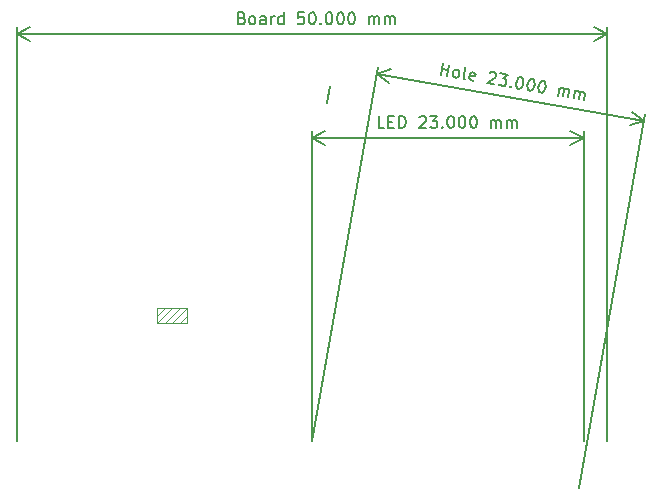
<source format=gbr>
%TF.GenerationSoftware,KiCad,Pcbnew,(5.1.10)-1*%
%TF.CreationDate,2022-01-29T15:25:58-05:00*%
%TF.ProjectId,CAN_Gauge,43414e5f-4761-4756-9765-2e6b69636164,rev?*%
%TF.SameCoordinates,Original*%
%TF.FileFunction,OtherDrawing,Comment*%
%FSLAX46Y46*%
G04 Gerber Fmt 4.6, Leading zero omitted, Abs format (unit mm)*
G04 Created by KiCad (PCBNEW (5.1.10)-1) date 2022-01-29 15:25:58*
%MOMM*%
%LPD*%
G01*
G04 APERTURE LIST*
%ADD10C,0.150000*%
%ADD11C,0.100000*%
G04 APERTURE END LIST*
D10*
X134802600Y-64543800D02*
X134599400Y-65940800D01*
X139446857Y-68090380D02*
X138970666Y-68090380D01*
X138970666Y-67090380D01*
X139780190Y-67566571D02*
X140113523Y-67566571D01*
X140256380Y-68090380D02*
X139780190Y-68090380D01*
X139780190Y-67090380D01*
X140256380Y-67090380D01*
X140684952Y-68090380D02*
X140684952Y-67090380D01*
X140923047Y-67090380D01*
X141065904Y-67138000D01*
X141161142Y-67233238D01*
X141208761Y-67328476D01*
X141256380Y-67518952D01*
X141256380Y-67661809D01*
X141208761Y-67852285D01*
X141161142Y-67947523D01*
X141065904Y-68042761D01*
X140923047Y-68090380D01*
X140684952Y-68090380D01*
X142399238Y-67185619D02*
X142446857Y-67138000D01*
X142542095Y-67090380D01*
X142780190Y-67090380D01*
X142875428Y-67138000D01*
X142923047Y-67185619D01*
X142970666Y-67280857D01*
X142970666Y-67376095D01*
X142923047Y-67518952D01*
X142351619Y-68090380D01*
X142970666Y-68090380D01*
X143304000Y-67090380D02*
X143923047Y-67090380D01*
X143589714Y-67471333D01*
X143732571Y-67471333D01*
X143827809Y-67518952D01*
X143875428Y-67566571D01*
X143923047Y-67661809D01*
X143923047Y-67899904D01*
X143875428Y-67995142D01*
X143827809Y-68042761D01*
X143732571Y-68090380D01*
X143446857Y-68090380D01*
X143351619Y-68042761D01*
X143304000Y-67995142D01*
X144351619Y-67995142D02*
X144399238Y-68042761D01*
X144351619Y-68090380D01*
X144304000Y-68042761D01*
X144351619Y-67995142D01*
X144351619Y-68090380D01*
X145018285Y-67090380D02*
X145113523Y-67090380D01*
X145208761Y-67138000D01*
X145256380Y-67185619D01*
X145304000Y-67280857D01*
X145351619Y-67471333D01*
X145351619Y-67709428D01*
X145304000Y-67899904D01*
X145256380Y-67995142D01*
X145208761Y-68042761D01*
X145113523Y-68090380D01*
X145018285Y-68090380D01*
X144923047Y-68042761D01*
X144875428Y-67995142D01*
X144827809Y-67899904D01*
X144780190Y-67709428D01*
X144780190Y-67471333D01*
X144827809Y-67280857D01*
X144875428Y-67185619D01*
X144923047Y-67138000D01*
X145018285Y-67090380D01*
X145970666Y-67090380D02*
X146065904Y-67090380D01*
X146161142Y-67138000D01*
X146208761Y-67185619D01*
X146256380Y-67280857D01*
X146304000Y-67471333D01*
X146304000Y-67709428D01*
X146256380Y-67899904D01*
X146208761Y-67995142D01*
X146161142Y-68042761D01*
X146065904Y-68090380D01*
X145970666Y-68090380D01*
X145875428Y-68042761D01*
X145827809Y-67995142D01*
X145780190Y-67899904D01*
X145732571Y-67709428D01*
X145732571Y-67471333D01*
X145780190Y-67280857D01*
X145827809Y-67185619D01*
X145875428Y-67138000D01*
X145970666Y-67090380D01*
X146923047Y-67090380D02*
X147018285Y-67090380D01*
X147113523Y-67138000D01*
X147161142Y-67185619D01*
X147208761Y-67280857D01*
X147256380Y-67471333D01*
X147256380Y-67709428D01*
X147208761Y-67899904D01*
X147161142Y-67995142D01*
X147113523Y-68042761D01*
X147018285Y-68090380D01*
X146923047Y-68090380D01*
X146827809Y-68042761D01*
X146780190Y-67995142D01*
X146732571Y-67899904D01*
X146684952Y-67709428D01*
X146684952Y-67471333D01*
X146732571Y-67280857D01*
X146780190Y-67185619D01*
X146827809Y-67138000D01*
X146923047Y-67090380D01*
X148446857Y-68090380D02*
X148446857Y-67423714D01*
X148446857Y-67518952D02*
X148494476Y-67471333D01*
X148589714Y-67423714D01*
X148732571Y-67423714D01*
X148827809Y-67471333D01*
X148875428Y-67566571D01*
X148875428Y-68090380D01*
X148875428Y-67566571D02*
X148923047Y-67471333D01*
X149018285Y-67423714D01*
X149161142Y-67423714D01*
X149256380Y-67471333D01*
X149304000Y-67566571D01*
X149304000Y-68090380D01*
X149780190Y-68090380D02*
X149780190Y-67423714D01*
X149780190Y-67518952D02*
X149827809Y-67471333D01*
X149923047Y-67423714D01*
X150065904Y-67423714D01*
X150161142Y-67471333D01*
X150208761Y-67566571D01*
X150208761Y-68090380D01*
X150208761Y-67566571D02*
X150256380Y-67471333D01*
X150351619Y-67423714D01*
X150494476Y-67423714D01*
X150589714Y-67471333D01*
X150637333Y-67566571D01*
X150637333Y-68090380D01*
X133304000Y-68938000D02*
X156304000Y-68938000D01*
X133304000Y-94592000D02*
X133304000Y-68351579D01*
X156304000Y-94592000D02*
X156304000Y-68351579D01*
X156304000Y-68938000D02*
X155177496Y-69524421D01*
X156304000Y-68938000D02*
X155177496Y-68351579D01*
X133304000Y-68938000D02*
X134430504Y-69524421D01*
X133304000Y-68938000D02*
X134430504Y-68351579D01*
X144208309Y-63605746D02*
X144380238Y-62620637D01*
X144298367Y-63089737D02*
X144861287Y-63187982D01*
X144771229Y-63703991D02*
X144943158Y-62718882D01*
X145381058Y-63810424D02*
X145295426Y-63747140D01*
X145256703Y-63692043D01*
X145226167Y-63590036D01*
X145275290Y-63308576D01*
X145338574Y-63222943D01*
X145393671Y-63184220D01*
X145495678Y-63153684D01*
X145636408Y-63178246D01*
X145722041Y-63241530D01*
X145760763Y-63296627D01*
X145791299Y-63398634D01*
X145742177Y-63680094D01*
X145678892Y-63765726D01*
X145623795Y-63804449D01*
X145521788Y-63834985D01*
X145381058Y-63810424D01*
X146272348Y-63965979D02*
X146186715Y-63902695D01*
X146156179Y-63800687D01*
X146303547Y-62956308D01*
X147031094Y-64050062D02*
X146929087Y-64080598D01*
X146741447Y-64047850D01*
X146655815Y-63984566D01*
X146625279Y-63882558D01*
X146690776Y-63507279D01*
X146754060Y-63421646D01*
X146856067Y-63391110D01*
X147043707Y-63423859D01*
X147129340Y-63487143D01*
X147159875Y-63589150D01*
X147143501Y-63682970D01*
X146658027Y-63694919D01*
X148351211Y-63410360D02*
X148406308Y-63371638D01*
X148508315Y-63341102D01*
X148742865Y-63382037D01*
X148828498Y-63445321D01*
X148867221Y-63500419D01*
X148897757Y-63602426D01*
X148881383Y-63696245D01*
X148809911Y-63828788D01*
X148148746Y-64293463D01*
X148758576Y-64399895D01*
X149258875Y-63472095D02*
X149868705Y-63578528D01*
X149474838Y-63896498D01*
X149615568Y-63921059D01*
X149701201Y-63984343D01*
X149739924Y-64039440D01*
X149770459Y-64141447D01*
X149729524Y-64375997D01*
X149666240Y-64461630D01*
X149611143Y-64500353D01*
X149509136Y-64530889D01*
X149227676Y-64481766D01*
X149142043Y-64418482D01*
X149103320Y-64363385D01*
X150135339Y-64543501D02*
X150174062Y-64598598D01*
X150118965Y-64637321D01*
X150080242Y-64582224D01*
X150135339Y-64543501D01*
X150118965Y-64637321D01*
X150947634Y-63766831D02*
X151041454Y-63783205D01*
X151127087Y-63846489D01*
X151165809Y-63901586D01*
X151196345Y-64003593D01*
X151210507Y-64199420D01*
X151169571Y-64433970D01*
X151089913Y-64613423D01*
X151026629Y-64699056D01*
X150971532Y-64737779D01*
X150869525Y-64768314D01*
X150775705Y-64751940D01*
X150690072Y-64688656D01*
X150651349Y-64633559D01*
X150620813Y-64531552D01*
X150606652Y-64335725D01*
X150647587Y-64101175D01*
X150727246Y-63921722D01*
X150790530Y-63836090D01*
X150845627Y-63797367D01*
X150947634Y-63766831D01*
X151885833Y-63930573D02*
X151979653Y-63946947D01*
X152065286Y-64010231D01*
X152104009Y-64065328D01*
X152134545Y-64167335D01*
X152148706Y-64363162D01*
X152107771Y-64597712D01*
X152028112Y-64777165D01*
X151964828Y-64862798D01*
X151909731Y-64901521D01*
X151807724Y-64932056D01*
X151713904Y-64915682D01*
X151628271Y-64852398D01*
X151589548Y-64797301D01*
X151559013Y-64695294D01*
X151544851Y-64499467D01*
X151585787Y-64264917D01*
X151665445Y-64085464D01*
X151728729Y-63999832D01*
X151783826Y-63961109D01*
X151885833Y-63930573D01*
X152824033Y-64094315D02*
X152917852Y-64110689D01*
X153003485Y-64173973D01*
X153042208Y-64229070D01*
X153072744Y-64331077D01*
X153086905Y-64526904D01*
X153045970Y-64761454D01*
X152966312Y-64940907D01*
X152903027Y-65026540D01*
X152847930Y-65065263D01*
X152745923Y-65095798D01*
X152652103Y-65079424D01*
X152566471Y-65016140D01*
X152527748Y-64961043D01*
X152497212Y-64859036D01*
X152483050Y-64663209D01*
X152523986Y-64428659D01*
X152603644Y-64249206D01*
X152666928Y-64163574D01*
X152722025Y-64124851D01*
X152824033Y-64094315D01*
X154153222Y-65341411D02*
X154267842Y-64684672D01*
X154251468Y-64778492D02*
X154306565Y-64739769D01*
X154408572Y-64709233D01*
X154549302Y-64733795D01*
X154634934Y-64797079D01*
X154665470Y-64899086D01*
X154575412Y-65415095D01*
X154665470Y-64899086D02*
X154728754Y-64813453D01*
X154830761Y-64782917D01*
X154971491Y-64807478D01*
X155057124Y-64870763D01*
X155087660Y-64972770D01*
X154997602Y-65488779D01*
X155466701Y-65570650D02*
X155581321Y-64913911D01*
X155564947Y-65007731D02*
X155620044Y-64969008D01*
X155722051Y-64938472D01*
X155862781Y-64963033D01*
X155948414Y-65026318D01*
X155978949Y-65128325D01*
X155888891Y-65644334D01*
X155978949Y-65128325D02*
X156042233Y-65042692D01*
X156144241Y-65012156D01*
X156284970Y-65036717D01*
X156370603Y-65100001D01*
X156401139Y-65202008D01*
X156311081Y-65718018D01*
X161437019Y-67493442D02*
X138786441Y-63499534D01*
X155954578Y-98585908D02*
X161538849Y-66915931D01*
X133304000Y-94592000D02*
X138888271Y-62922023D01*
X138786441Y-63499534D02*
X139997662Y-63117638D01*
X138786441Y-63499534D02*
X139794000Y-64272661D01*
X161437019Y-67493442D02*
X160429460Y-66720315D01*
X161437019Y-67493442D02*
X160225798Y-67875338D01*
X127375428Y-58778171D02*
X127518285Y-58825790D01*
X127565904Y-58873409D01*
X127613523Y-58968647D01*
X127613523Y-59111504D01*
X127565904Y-59206742D01*
X127518285Y-59254361D01*
X127423047Y-59301980D01*
X127042095Y-59301980D01*
X127042095Y-58301980D01*
X127375428Y-58301980D01*
X127470666Y-58349600D01*
X127518285Y-58397219D01*
X127565904Y-58492457D01*
X127565904Y-58587695D01*
X127518285Y-58682933D01*
X127470666Y-58730552D01*
X127375428Y-58778171D01*
X127042095Y-58778171D01*
X128184952Y-59301980D02*
X128089714Y-59254361D01*
X128042095Y-59206742D01*
X127994476Y-59111504D01*
X127994476Y-58825790D01*
X128042095Y-58730552D01*
X128089714Y-58682933D01*
X128184952Y-58635314D01*
X128327809Y-58635314D01*
X128423047Y-58682933D01*
X128470666Y-58730552D01*
X128518285Y-58825790D01*
X128518285Y-59111504D01*
X128470666Y-59206742D01*
X128423047Y-59254361D01*
X128327809Y-59301980D01*
X128184952Y-59301980D01*
X129375428Y-59301980D02*
X129375428Y-58778171D01*
X129327809Y-58682933D01*
X129232571Y-58635314D01*
X129042095Y-58635314D01*
X128946857Y-58682933D01*
X129375428Y-59254361D02*
X129280190Y-59301980D01*
X129042095Y-59301980D01*
X128946857Y-59254361D01*
X128899238Y-59159123D01*
X128899238Y-59063885D01*
X128946857Y-58968647D01*
X129042095Y-58921028D01*
X129280190Y-58921028D01*
X129375428Y-58873409D01*
X129851619Y-59301980D02*
X129851619Y-58635314D01*
X129851619Y-58825790D02*
X129899238Y-58730552D01*
X129946857Y-58682933D01*
X130042095Y-58635314D01*
X130137333Y-58635314D01*
X130899238Y-59301980D02*
X130899238Y-58301980D01*
X130899238Y-59254361D02*
X130804000Y-59301980D01*
X130613523Y-59301980D01*
X130518285Y-59254361D01*
X130470666Y-59206742D01*
X130423047Y-59111504D01*
X130423047Y-58825790D01*
X130470666Y-58730552D01*
X130518285Y-58682933D01*
X130613523Y-58635314D01*
X130804000Y-58635314D01*
X130899238Y-58682933D01*
X132613523Y-58301980D02*
X132137333Y-58301980D01*
X132089714Y-58778171D01*
X132137333Y-58730552D01*
X132232571Y-58682933D01*
X132470666Y-58682933D01*
X132565904Y-58730552D01*
X132613523Y-58778171D01*
X132661142Y-58873409D01*
X132661142Y-59111504D01*
X132613523Y-59206742D01*
X132565904Y-59254361D01*
X132470666Y-59301980D01*
X132232571Y-59301980D01*
X132137333Y-59254361D01*
X132089714Y-59206742D01*
X133280190Y-58301980D02*
X133375428Y-58301980D01*
X133470666Y-58349600D01*
X133518285Y-58397219D01*
X133565904Y-58492457D01*
X133613523Y-58682933D01*
X133613523Y-58921028D01*
X133565904Y-59111504D01*
X133518285Y-59206742D01*
X133470666Y-59254361D01*
X133375428Y-59301980D01*
X133280190Y-59301980D01*
X133184952Y-59254361D01*
X133137333Y-59206742D01*
X133089714Y-59111504D01*
X133042095Y-58921028D01*
X133042095Y-58682933D01*
X133089714Y-58492457D01*
X133137333Y-58397219D01*
X133184952Y-58349600D01*
X133280190Y-58301980D01*
X134042095Y-59206742D02*
X134089714Y-59254361D01*
X134042095Y-59301980D01*
X133994476Y-59254361D01*
X134042095Y-59206742D01*
X134042095Y-59301980D01*
X134708761Y-58301980D02*
X134804000Y-58301980D01*
X134899238Y-58349600D01*
X134946857Y-58397219D01*
X134994476Y-58492457D01*
X135042095Y-58682933D01*
X135042095Y-58921028D01*
X134994476Y-59111504D01*
X134946857Y-59206742D01*
X134899238Y-59254361D01*
X134804000Y-59301980D01*
X134708761Y-59301980D01*
X134613523Y-59254361D01*
X134565904Y-59206742D01*
X134518285Y-59111504D01*
X134470666Y-58921028D01*
X134470666Y-58682933D01*
X134518285Y-58492457D01*
X134565904Y-58397219D01*
X134613523Y-58349600D01*
X134708761Y-58301980D01*
X135661142Y-58301980D02*
X135756380Y-58301980D01*
X135851619Y-58349600D01*
X135899238Y-58397219D01*
X135946857Y-58492457D01*
X135994476Y-58682933D01*
X135994476Y-58921028D01*
X135946857Y-59111504D01*
X135899238Y-59206742D01*
X135851619Y-59254361D01*
X135756380Y-59301980D01*
X135661142Y-59301980D01*
X135565904Y-59254361D01*
X135518285Y-59206742D01*
X135470666Y-59111504D01*
X135423047Y-58921028D01*
X135423047Y-58682933D01*
X135470666Y-58492457D01*
X135518285Y-58397219D01*
X135565904Y-58349600D01*
X135661142Y-58301980D01*
X136613523Y-58301980D02*
X136708761Y-58301980D01*
X136804000Y-58349600D01*
X136851619Y-58397219D01*
X136899238Y-58492457D01*
X136946857Y-58682933D01*
X136946857Y-58921028D01*
X136899238Y-59111504D01*
X136851619Y-59206742D01*
X136804000Y-59254361D01*
X136708761Y-59301980D01*
X136613523Y-59301980D01*
X136518285Y-59254361D01*
X136470666Y-59206742D01*
X136423047Y-59111504D01*
X136375428Y-58921028D01*
X136375428Y-58682933D01*
X136423047Y-58492457D01*
X136470666Y-58397219D01*
X136518285Y-58349600D01*
X136613523Y-58301980D01*
X138137333Y-59301980D02*
X138137333Y-58635314D01*
X138137333Y-58730552D02*
X138184952Y-58682933D01*
X138280190Y-58635314D01*
X138423047Y-58635314D01*
X138518285Y-58682933D01*
X138565904Y-58778171D01*
X138565904Y-59301980D01*
X138565904Y-58778171D02*
X138613523Y-58682933D01*
X138708761Y-58635314D01*
X138851619Y-58635314D01*
X138946857Y-58682933D01*
X138994476Y-58778171D01*
X138994476Y-59301980D01*
X139470666Y-59301980D02*
X139470666Y-58635314D01*
X139470666Y-58730552D02*
X139518285Y-58682933D01*
X139613523Y-58635314D01*
X139756380Y-58635314D01*
X139851619Y-58682933D01*
X139899238Y-58778171D01*
X139899238Y-59301980D01*
X139899238Y-58778171D02*
X139946857Y-58682933D01*
X140042095Y-58635314D01*
X140184952Y-58635314D01*
X140280190Y-58682933D01*
X140327809Y-58778171D01*
X140327809Y-59301980D01*
X108304000Y-60149600D02*
X158304000Y-60149600D01*
X108304000Y-94592000D02*
X108304000Y-59563179D01*
X158304000Y-94592000D02*
X158304000Y-59563179D01*
X158304000Y-60149600D02*
X157177496Y-60736021D01*
X158304000Y-60149600D02*
X157177496Y-59563179D01*
X108304000Y-60149600D02*
X109430504Y-60736021D01*
X108304000Y-60149600D02*
X109430504Y-59563179D01*
D11*
%TO.C,J1*%
X120832600Y-83365200D02*
X120197600Y-84000200D01*
X121467600Y-83365200D02*
X120197600Y-84635200D01*
X122102600Y-83365200D02*
X120832600Y-84635200D01*
X122737600Y-84000200D02*
X122102600Y-84635200D01*
X122737600Y-83365200D02*
X121467600Y-84635200D01*
X122737600Y-84635200D02*
X120197600Y-84635200D01*
X120197600Y-84635200D02*
X120197600Y-83365200D01*
X120197600Y-83365200D02*
X122737600Y-83365200D01*
X122737600Y-83365200D02*
X122737600Y-84635200D01*
%TD*%
M02*

</source>
